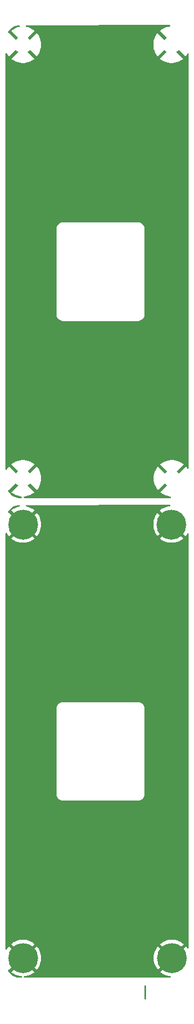
<source format=gbr>
G04 #@! TF.GenerationSoftware,KiCad,Pcbnew,9.0.1*
G04 #@! TF.CreationDate,2025-10-05T20:23:22+13:00*
G04 #@! TF.ProjectId,covers,636f7665-7273-42e6-9b69-6361645f7063,rev?*
G04 #@! TF.SameCoordinates,Original*
G04 #@! TF.FileFunction,Copper,L2,Bot*
G04 #@! TF.FilePolarity,Positive*
%FSLAX46Y46*%
G04 Gerber Fmt 4.6, Leading zero omitted, Abs format (unit mm)*
G04 Created by KiCad (PCBNEW 9.0.1) date 2025-10-05 20:23:22*
%MOMM*%
%LPD*%
G01*
G04 APERTURE LIST*
G04 #@! TA.AperFunction,ComponentPad*
%ADD10C,4.700000*%
G04 #@! TD*
G04 #@! TA.AperFunction,ViaPad*
%ADD11C,10.000000*%
G04 #@! TD*
G04 #@! TA.AperFunction,Conductor*
%ADD12C,0.250000*%
G04 #@! TD*
G04 APERTURE END LIST*
D10*
X108800000Y-117300000D03*
X132150000Y-117300000D03*
X108800000Y-185300000D03*
X132200000Y-185300000D03*
D11*
X121100000Y-166900000D03*
X121100000Y-179900000D03*
X121100000Y-137100000D03*
D12*
X128000000Y-189600000D02*
X128000000Y-191700000D01*
G04 #@! TA.AperFunction,Conductor*
G36*
X107761890Y-186171078D02*
G01*
X107928922Y-186338110D01*
X108041953Y-186417255D01*
X106966687Y-187492521D01*
X106966687Y-187492522D01*
X107090433Y-187596356D01*
X107368570Y-187779290D01*
X107666090Y-187928710D01*
X107978924Y-188042572D01*
X107978927Y-188042573D01*
X108302867Y-188119348D01*
X108302877Y-188119350D01*
X108555274Y-188148852D01*
X108620612Y-188176627D01*
X108660561Y-188235318D01*
X108662438Y-188306290D01*
X108625647Y-188367010D01*
X108561869Y-188398200D01*
X108540646Y-188400000D01*
X108177940Y-188400000D01*
X108155228Y-188397936D01*
X107911562Y-188353283D01*
X107904172Y-188351461D01*
X107626167Y-188264831D01*
X107619048Y-188262131D01*
X107559472Y-188235318D01*
X107429067Y-188176627D01*
X107353525Y-188142628D01*
X107346783Y-188139089D01*
X107097588Y-187988447D01*
X107091325Y-187984124D01*
X106862100Y-187804538D01*
X106856409Y-187799496D01*
X106650502Y-187593589D01*
X106645461Y-187587899D01*
X106465878Y-187358678D01*
X106461552Y-187352411D01*
X106444560Y-187324302D01*
X106426437Y-187255658D01*
X106448302Y-187188112D01*
X106503215Y-187143111D01*
X106561544Y-187133452D01*
X106604227Y-187136561D01*
X107682743Y-186058045D01*
X107761890Y-186171078D01*
G37*
G04 #@! TD.AperFunction*
G04 #@! TA.AperFunction,Conductor*
G36*
X131913970Y-114225098D02*
G01*
X131960556Y-114278673D01*
X131970781Y-114348929D01*
X131941401Y-114413561D01*
X131881741Y-114452048D01*
X131860662Y-114456362D01*
X131652876Y-114480650D01*
X131652867Y-114480651D01*
X131328927Y-114557426D01*
X131328924Y-114557427D01*
X131016090Y-114671289D01*
X130718570Y-114820709D01*
X130440433Y-115003643D01*
X130440432Y-115003644D01*
X130316687Y-115107476D01*
X130316687Y-115107477D01*
X131391954Y-116182744D01*
X131278922Y-116261890D01*
X131111890Y-116428922D01*
X131032743Y-116541953D01*
X129954226Y-115463436D01*
X129954225Y-115463436D01*
X129758139Y-115726829D01*
X129758123Y-115726853D01*
X129591671Y-116015155D01*
X129591668Y-116015160D01*
X129459809Y-116320847D01*
X129364325Y-116639783D01*
X129364325Y-116639784D01*
X129306515Y-116967645D01*
X129306514Y-116967654D01*
X129287157Y-117300000D01*
X129306514Y-117632345D01*
X129306515Y-117632354D01*
X129364325Y-117960215D01*
X129364325Y-117960216D01*
X129459809Y-118279152D01*
X129459808Y-118279152D01*
X129591668Y-118584839D01*
X129591671Y-118584844D01*
X129758123Y-118873146D01*
X129758133Y-118873162D01*
X129954226Y-119136562D01*
X131032743Y-118058045D01*
X131111890Y-118171078D01*
X131278922Y-118338110D01*
X131391953Y-118417255D01*
X130316687Y-119492522D01*
X130440433Y-119596356D01*
X130718570Y-119779290D01*
X131016090Y-119928710D01*
X131328924Y-120042572D01*
X131328927Y-120042573D01*
X131652867Y-120119348D01*
X131652877Y-120119350D01*
X131983537Y-120158000D01*
X132316463Y-120158000D01*
X132647122Y-120119350D01*
X132647132Y-120119348D01*
X132971072Y-120042573D01*
X132971075Y-120042572D01*
X133283909Y-119928710D01*
X133581429Y-119779290D01*
X133859567Y-119596355D01*
X133983311Y-119492521D01*
X132908045Y-118417255D01*
X133021078Y-118338110D01*
X133188110Y-118171078D01*
X133267256Y-118058046D01*
X134345772Y-119136562D01*
X134345773Y-119136562D01*
X134541866Y-118873162D01*
X134541876Y-118873146D01*
X134614881Y-118746699D01*
X134666263Y-118697706D01*
X134735977Y-118684270D01*
X134801888Y-118710656D01*
X134843070Y-118768488D01*
X134850000Y-118809699D01*
X134850000Y-183703697D01*
X134829998Y-183771818D01*
X134776342Y-183818311D01*
X134706068Y-183828415D01*
X134641488Y-183798921D01*
X134614881Y-183766698D01*
X134591872Y-183726846D01*
X134591866Y-183726837D01*
X134395772Y-183463436D01*
X133317255Y-184541953D01*
X133238110Y-184428922D01*
X133071078Y-184261890D01*
X132958044Y-184182743D01*
X134033311Y-183107476D01*
X133909566Y-183003643D01*
X133631429Y-182820709D01*
X133333909Y-182671289D01*
X133021075Y-182557427D01*
X133021072Y-182557426D01*
X132697132Y-182480651D01*
X132697122Y-182480649D01*
X132366463Y-182442000D01*
X132033537Y-182442000D01*
X131702877Y-182480649D01*
X131702867Y-182480651D01*
X131378927Y-182557426D01*
X131378924Y-182557427D01*
X131066090Y-182671289D01*
X130768570Y-182820709D01*
X130490433Y-183003643D01*
X130490432Y-183003644D01*
X130366687Y-183107476D01*
X130366687Y-183107477D01*
X131441954Y-184182744D01*
X131328922Y-184261890D01*
X131161890Y-184428922D01*
X131082744Y-184541953D01*
X130004226Y-183463436D01*
X130004225Y-183463436D01*
X129808139Y-183726829D01*
X129808123Y-183726853D01*
X129641671Y-184015155D01*
X129641668Y-184015160D01*
X129509809Y-184320847D01*
X129414325Y-184639783D01*
X129414325Y-184639784D01*
X129356515Y-184967645D01*
X129356514Y-184967654D01*
X129337157Y-185300000D01*
X129356514Y-185632345D01*
X129356515Y-185632354D01*
X129414325Y-185960215D01*
X129414325Y-185960216D01*
X129509809Y-186279152D01*
X129509808Y-186279152D01*
X129641668Y-186584839D01*
X129641671Y-186584844D01*
X129808123Y-186873146D01*
X129808133Y-186873162D01*
X130004226Y-187136562D01*
X131082743Y-186058045D01*
X131161890Y-186171078D01*
X131328922Y-186338110D01*
X131441953Y-186417255D01*
X130366687Y-187492521D01*
X130366687Y-187492522D01*
X130490433Y-187596356D01*
X130768570Y-187779290D01*
X131066090Y-187928710D01*
X131378924Y-188042572D01*
X131378927Y-188042573D01*
X131702867Y-188119348D01*
X131702877Y-188119350D01*
X131955274Y-188148852D01*
X132020612Y-188176627D01*
X132060561Y-188235318D01*
X132062438Y-188306290D01*
X132025647Y-188367010D01*
X131961869Y-188398200D01*
X131940646Y-188400000D01*
X109059354Y-188400000D01*
X108991233Y-188379998D01*
X108944740Y-188326342D01*
X108934636Y-188256068D01*
X108964130Y-188191488D01*
X109023856Y-188153104D01*
X109044726Y-188148852D01*
X109297122Y-188119350D01*
X109297132Y-188119348D01*
X109621072Y-188042573D01*
X109621075Y-188042572D01*
X109933909Y-187928710D01*
X110231429Y-187779290D01*
X110509567Y-187596355D01*
X110633311Y-187492521D01*
X109558046Y-186417255D01*
X109671078Y-186338110D01*
X109838110Y-186171078D01*
X109917256Y-186058046D01*
X110995772Y-187136562D01*
X110995773Y-187136562D01*
X111191866Y-186873162D01*
X111191876Y-186873146D01*
X111358328Y-186584844D01*
X111358331Y-186584839D01*
X111490190Y-186279152D01*
X111585674Y-185960216D01*
X111585674Y-185960215D01*
X111643484Y-185632354D01*
X111643485Y-185632345D01*
X111662842Y-185300000D01*
X111643485Y-184967654D01*
X111643484Y-184967645D01*
X111585674Y-184639784D01*
X111585674Y-184639783D01*
X111490190Y-184320847D01*
X111490191Y-184320847D01*
X111358331Y-184015160D01*
X111358328Y-184015155D01*
X111191876Y-183726853D01*
X111191866Y-183726837D01*
X110995772Y-183463436D01*
X109917255Y-184541952D01*
X109838110Y-184428922D01*
X109671078Y-184261890D01*
X109558044Y-184182743D01*
X110633311Y-183107476D01*
X110509566Y-183003643D01*
X110231429Y-182820709D01*
X109933909Y-182671289D01*
X109621075Y-182557427D01*
X109621072Y-182557426D01*
X109297132Y-182480651D01*
X109297122Y-182480649D01*
X108966463Y-182442000D01*
X108633537Y-182442000D01*
X108302877Y-182480649D01*
X108302867Y-182480651D01*
X107978927Y-182557426D01*
X107978924Y-182557427D01*
X107666090Y-182671289D01*
X107368570Y-182820709D01*
X107090433Y-183003643D01*
X107090432Y-183003644D01*
X106966687Y-183107476D01*
X106966687Y-183107477D01*
X108041954Y-184182744D01*
X107928922Y-184261890D01*
X107761890Y-184428922D01*
X107682744Y-184541953D01*
X106604226Y-183463436D01*
X106604225Y-183463436D01*
X106408139Y-183726829D01*
X106408127Y-183726846D01*
X106285118Y-183939903D01*
X106233735Y-183988896D01*
X106164021Y-184002331D01*
X106098110Y-183975944D01*
X106056929Y-183918112D01*
X106050000Y-183876907D01*
X106050000Y-159689720D01*
X114074500Y-159689720D01*
X114102582Y-159848980D01*
X114105661Y-159866439D01*
X114105661Y-159866440D01*
X114167027Y-160035043D01*
X114167033Y-160035054D01*
X114256748Y-160190446D01*
X114256750Y-160190448D01*
X114256751Y-160190449D01*
X114372092Y-160327908D01*
X114509551Y-160443249D01*
X114509553Y-160443251D01*
X114664945Y-160532966D01*
X114664956Y-160532972D01*
X114833560Y-160594338D01*
X114833562Y-160594338D01*
X114833567Y-160594340D01*
X115010280Y-160625500D01*
X115010282Y-160625500D01*
X126989718Y-160625500D01*
X126989720Y-160625500D01*
X127166433Y-160594340D01*
X127166438Y-160594338D01*
X127166439Y-160594338D01*
X127166440Y-160594338D01*
X127335043Y-160532972D01*
X127335045Y-160532970D01*
X127335050Y-160532969D01*
X127490449Y-160443249D01*
X127627908Y-160327908D01*
X127743249Y-160190449D01*
X127832969Y-160035050D01*
X127832972Y-160035043D01*
X127894338Y-159866440D01*
X127894338Y-159866439D01*
X127894338Y-159866438D01*
X127894340Y-159866433D01*
X127925500Y-159689720D01*
X127925500Y-159600000D01*
X127925500Y-159591715D01*
X127925500Y-146194928D01*
X127925500Y-146110280D01*
X127894340Y-145933567D01*
X127894338Y-145933562D01*
X127894338Y-145933560D01*
X127894338Y-145933559D01*
X127832972Y-145764956D01*
X127832966Y-145764945D01*
X127743251Y-145609553D01*
X127743249Y-145609551D01*
X127713085Y-145573603D01*
X127627908Y-145472092D01*
X127490449Y-145356751D01*
X127490448Y-145356750D01*
X127490446Y-145356748D01*
X127335054Y-145267033D01*
X127335043Y-145267027D01*
X127166439Y-145205661D01*
X127141484Y-145201260D01*
X126989720Y-145174500D01*
X126905072Y-145174500D01*
X115108285Y-145174500D01*
X115100000Y-145174500D01*
X115010280Y-145174500D01*
X114904106Y-145193221D01*
X114833560Y-145205661D01*
X114833559Y-145205661D01*
X114664956Y-145267027D01*
X114664945Y-145267033D01*
X114509553Y-145356748D01*
X114509551Y-145356750D01*
X114372092Y-145472092D01*
X114256750Y-145609551D01*
X114256748Y-145609553D01*
X114167033Y-145764945D01*
X114167027Y-145764956D01*
X114105661Y-145933559D01*
X114105661Y-145933560D01*
X114105660Y-145933567D01*
X114074500Y-146110280D01*
X114074500Y-146194928D01*
X114074500Y-159591714D01*
X114074500Y-159591715D01*
X114074500Y-159600000D01*
X114074500Y-159689720D01*
X106050000Y-159689720D01*
X106050000Y-118723093D01*
X106070001Y-118654976D01*
X106123657Y-118608483D01*
X106193931Y-118598379D01*
X106258511Y-118627873D01*
X106285118Y-118660097D01*
X106408123Y-118873146D01*
X106408133Y-118873162D01*
X106604226Y-119136562D01*
X107682743Y-118058045D01*
X107761890Y-118171078D01*
X107928922Y-118338110D01*
X108041953Y-118417255D01*
X106966687Y-119492521D01*
X106966687Y-119492522D01*
X107090433Y-119596356D01*
X107368570Y-119779290D01*
X107666090Y-119928710D01*
X107978924Y-120042572D01*
X107978927Y-120042573D01*
X108302867Y-120119348D01*
X108302877Y-120119350D01*
X108633537Y-120158000D01*
X108966463Y-120158000D01*
X109297122Y-120119350D01*
X109297132Y-120119348D01*
X109621072Y-120042573D01*
X109621075Y-120042572D01*
X109933909Y-119928710D01*
X110231429Y-119779290D01*
X110509567Y-119596355D01*
X110633311Y-119492521D01*
X109558046Y-118417255D01*
X109671078Y-118338110D01*
X109838110Y-118171078D01*
X109917256Y-118058046D01*
X110995772Y-119136562D01*
X110995773Y-119136562D01*
X111191866Y-118873162D01*
X111191876Y-118873146D01*
X111358328Y-118584844D01*
X111358331Y-118584839D01*
X111490190Y-118279152D01*
X111585674Y-117960216D01*
X111585674Y-117960215D01*
X111643484Y-117632354D01*
X111643485Y-117632345D01*
X111662842Y-117300000D01*
X111643485Y-116967654D01*
X111643484Y-116967645D01*
X111585674Y-116639784D01*
X111585674Y-116639783D01*
X111490190Y-116320847D01*
X111490191Y-116320847D01*
X111358331Y-116015160D01*
X111358328Y-116015155D01*
X111191876Y-115726853D01*
X111191866Y-115726837D01*
X110995772Y-115463436D01*
X109917255Y-116541952D01*
X109838110Y-116428922D01*
X109671078Y-116261890D01*
X109558044Y-116182743D01*
X110633311Y-115107476D01*
X110509566Y-115003643D01*
X110231429Y-114820709D01*
X109933909Y-114671289D01*
X109621075Y-114557427D01*
X109621076Y-114557427D01*
X109348498Y-114492825D01*
X109286827Y-114457652D01*
X109253961Y-114394721D01*
X109260336Y-114324011D01*
X109303927Y-114267972D01*
X109370895Y-114244397D01*
X109377280Y-114244222D01*
X131845817Y-114205215D01*
X131913970Y-114225098D01*
G37*
G04 #@! TD.AperFunction*
G04 #@! TA.AperFunction,Conductor*
G36*
X108281855Y-114266125D02*
G01*
X108328441Y-114319700D01*
X108338667Y-114389956D01*
X108309287Y-114454588D01*
X108249627Y-114493075D01*
X108242977Y-114494845D01*
X107978924Y-114557427D01*
X107666090Y-114671289D01*
X107368570Y-114820709D01*
X107090433Y-115003643D01*
X107090432Y-115003644D01*
X106966687Y-115107476D01*
X106966687Y-115107477D01*
X108041954Y-116182744D01*
X107928922Y-116261890D01*
X107761890Y-116428922D01*
X107682744Y-116541953D01*
X106604226Y-115463436D01*
X106561544Y-115466546D01*
X106492150Y-115451546D01*
X106441882Y-115401410D01*
X106426699Y-115332056D01*
X106444560Y-115275697D01*
X106461561Y-115247574D01*
X106465872Y-115241328D01*
X106645469Y-115012090D01*
X106650494Y-115006418D01*
X106856418Y-114800494D01*
X106862090Y-114795469D01*
X107091335Y-114615867D01*
X107097578Y-114611558D01*
X107314127Y-114480651D01*
X107346783Y-114460910D01*
X107353513Y-114457377D01*
X107619063Y-114337861D01*
X107626162Y-114335169D01*
X107891650Y-114252440D01*
X107928906Y-114246737D01*
X108213705Y-114246242D01*
X108281855Y-114266125D01*
G37*
G04 #@! TD.AperFunction*
G04 #@! TA.AperFunction,Conductor*
G36*
X107761890Y-110921078D02*
G01*
X107928922Y-111088110D01*
X108041953Y-111167255D01*
X106966687Y-112242521D01*
X106966687Y-112242522D01*
X107090433Y-112346356D01*
X107368570Y-112529290D01*
X107666090Y-112678710D01*
X107978924Y-112792572D01*
X107978927Y-112792573D01*
X108302867Y-112869348D01*
X108302877Y-112869350D01*
X108555274Y-112898852D01*
X108620612Y-112926627D01*
X108660561Y-112985318D01*
X108662438Y-113056290D01*
X108625647Y-113117010D01*
X108561869Y-113148200D01*
X108540646Y-113150000D01*
X108177940Y-113150000D01*
X108155228Y-113147936D01*
X107911562Y-113103283D01*
X107904172Y-113101461D01*
X107626167Y-113014831D01*
X107619048Y-113012131D01*
X107559472Y-112985318D01*
X107429067Y-112926627D01*
X107353525Y-112892628D01*
X107346783Y-112889089D01*
X107097588Y-112738447D01*
X107091325Y-112734124D01*
X106862100Y-112554538D01*
X106856409Y-112549496D01*
X106650502Y-112343589D01*
X106645461Y-112337899D01*
X106465878Y-112108678D01*
X106461552Y-112102411D01*
X106444560Y-112074302D01*
X106426437Y-112005658D01*
X106448302Y-111938112D01*
X106503215Y-111893111D01*
X106561544Y-111883452D01*
X106604227Y-111886561D01*
X107682743Y-110808045D01*
X107761890Y-110921078D01*
G37*
G04 #@! TD.AperFunction*
G04 #@! TA.AperFunction,Conductor*
G36*
X131913970Y-38975098D02*
G01*
X131960556Y-39028673D01*
X131970781Y-39098929D01*
X131941401Y-39163561D01*
X131881741Y-39202048D01*
X131860662Y-39206362D01*
X131652876Y-39230650D01*
X131652867Y-39230651D01*
X131328927Y-39307426D01*
X131328924Y-39307427D01*
X131016090Y-39421289D01*
X130718570Y-39570709D01*
X130440433Y-39753643D01*
X130440432Y-39753644D01*
X130316687Y-39857476D01*
X130316687Y-39857477D01*
X131391954Y-40932744D01*
X131278922Y-41011890D01*
X131111890Y-41178922D01*
X131032743Y-41291953D01*
X129954226Y-40213436D01*
X129954225Y-40213436D01*
X129758139Y-40476829D01*
X129758123Y-40476853D01*
X129591671Y-40765155D01*
X129591668Y-40765160D01*
X129459809Y-41070847D01*
X129364325Y-41389783D01*
X129364325Y-41389784D01*
X129306515Y-41717645D01*
X129306514Y-41717654D01*
X129287157Y-42050000D01*
X129306514Y-42382345D01*
X129306515Y-42382354D01*
X129364325Y-42710215D01*
X129364325Y-42710216D01*
X129459809Y-43029152D01*
X129459808Y-43029152D01*
X129591668Y-43334839D01*
X129591671Y-43334844D01*
X129758123Y-43623146D01*
X129758133Y-43623162D01*
X129954226Y-43886562D01*
X131032743Y-42808045D01*
X131111890Y-42921078D01*
X131278922Y-43088110D01*
X131391953Y-43167255D01*
X130316687Y-44242521D01*
X130316687Y-44242522D01*
X130440433Y-44346356D01*
X130718570Y-44529290D01*
X131016090Y-44678710D01*
X131328924Y-44792572D01*
X131328927Y-44792573D01*
X131652867Y-44869348D01*
X131652877Y-44869350D01*
X131983537Y-44908000D01*
X132316463Y-44908000D01*
X132647122Y-44869350D01*
X132647132Y-44869348D01*
X132971072Y-44792573D01*
X132971075Y-44792572D01*
X133283909Y-44678710D01*
X133581429Y-44529290D01*
X133859567Y-44346355D01*
X133983311Y-44242521D01*
X132908046Y-43167255D01*
X133021078Y-43088110D01*
X133188110Y-42921078D01*
X133267256Y-42808046D01*
X134345772Y-43886562D01*
X134345773Y-43886562D01*
X134541866Y-43623162D01*
X134541876Y-43623146D01*
X134614881Y-43496699D01*
X134666263Y-43447706D01*
X134735977Y-43434270D01*
X134801888Y-43460656D01*
X134843070Y-43518488D01*
X134850000Y-43559699D01*
X134850000Y-108453697D01*
X134829998Y-108521818D01*
X134776342Y-108568311D01*
X134706068Y-108578415D01*
X134641488Y-108548921D01*
X134614881Y-108516698D01*
X134591872Y-108476846D01*
X134591866Y-108476837D01*
X134395772Y-108213436D01*
X133317255Y-109291953D01*
X133238110Y-109178922D01*
X133071078Y-109011890D01*
X132958044Y-108932743D01*
X134033311Y-107857476D01*
X133909566Y-107753643D01*
X133631429Y-107570709D01*
X133333909Y-107421289D01*
X133021075Y-107307427D01*
X133021072Y-107307426D01*
X132697132Y-107230651D01*
X132697122Y-107230649D01*
X132366463Y-107192000D01*
X132033537Y-107192000D01*
X131702877Y-107230649D01*
X131702867Y-107230651D01*
X131378927Y-107307426D01*
X131378924Y-107307427D01*
X131066090Y-107421289D01*
X130768570Y-107570709D01*
X130490433Y-107753643D01*
X130490432Y-107753644D01*
X130366687Y-107857476D01*
X130366687Y-107857477D01*
X131441954Y-108932744D01*
X131328922Y-109011890D01*
X131161890Y-109178922D01*
X131082744Y-109291953D01*
X130004226Y-108213436D01*
X130004225Y-108213436D01*
X129808139Y-108476829D01*
X129808123Y-108476853D01*
X129641671Y-108765155D01*
X129641668Y-108765160D01*
X129509809Y-109070847D01*
X129414325Y-109389783D01*
X129414325Y-109389784D01*
X129356515Y-109717645D01*
X129356514Y-109717654D01*
X129337157Y-110049999D01*
X129356514Y-110382345D01*
X129356515Y-110382354D01*
X129414325Y-110710215D01*
X129414325Y-110710216D01*
X129509809Y-111029152D01*
X129509808Y-111029152D01*
X129641668Y-111334839D01*
X129641671Y-111334844D01*
X129808123Y-111623146D01*
X129808133Y-111623162D01*
X130004226Y-111886562D01*
X131082743Y-110808045D01*
X131161890Y-110921078D01*
X131328922Y-111088110D01*
X131441953Y-111167255D01*
X130366687Y-112242521D01*
X130366687Y-112242522D01*
X130490433Y-112346356D01*
X130768570Y-112529290D01*
X131066090Y-112678710D01*
X131378924Y-112792572D01*
X131378927Y-112792573D01*
X131702867Y-112869348D01*
X131702877Y-112869350D01*
X131955274Y-112898852D01*
X132020612Y-112926627D01*
X132060561Y-112985318D01*
X132062438Y-113056290D01*
X132025647Y-113117010D01*
X131961869Y-113148200D01*
X131940646Y-113150000D01*
X109059354Y-113150000D01*
X108991233Y-113129998D01*
X108944740Y-113076342D01*
X108934636Y-113006068D01*
X108964130Y-112941488D01*
X109023856Y-112903104D01*
X109044726Y-112898852D01*
X109297122Y-112869350D01*
X109297132Y-112869348D01*
X109621072Y-112792573D01*
X109621075Y-112792572D01*
X109933909Y-112678710D01*
X110231429Y-112529290D01*
X110509567Y-112346355D01*
X110633311Y-112242521D01*
X109558046Y-111167255D01*
X109671078Y-111088110D01*
X109838110Y-110921078D01*
X109917256Y-110808046D01*
X110995772Y-111886562D01*
X110995773Y-111886562D01*
X111191866Y-111623162D01*
X111191876Y-111623146D01*
X111358328Y-111334844D01*
X111358331Y-111334839D01*
X111490190Y-111029152D01*
X111585674Y-110710216D01*
X111585674Y-110710215D01*
X111643484Y-110382354D01*
X111643485Y-110382345D01*
X111662842Y-110050000D01*
X111643485Y-109717654D01*
X111643484Y-109717645D01*
X111585674Y-109389784D01*
X111585674Y-109389783D01*
X111490190Y-109070847D01*
X111490191Y-109070847D01*
X111358331Y-108765160D01*
X111358328Y-108765155D01*
X111191876Y-108476853D01*
X111191866Y-108476837D01*
X110995772Y-108213436D01*
X109917255Y-109291952D01*
X109838110Y-109178922D01*
X109671078Y-109011890D01*
X109558044Y-108932743D01*
X110633311Y-107857476D01*
X110509566Y-107753643D01*
X110231429Y-107570709D01*
X109933909Y-107421289D01*
X109621075Y-107307427D01*
X109621072Y-107307426D01*
X109297132Y-107230651D01*
X109297122Y-107230649D01*
X108966463Y-107192000D01*
X108633537Y-107192000D01*
X108302877Y-107230649D01*
X108302867Y-107230651D01*
X107978927Y-107307426D01*
X107978924Y-107307427D01*
X107666090Y-107421289D01*
X107368570Y-107570709D01*
X107090433Y-107753643D01*
X107090432Y-107753644D01*
X106966687Y-107857476D01*
X106966687Y-107857477D01*
X108041954Y-108932744D01*
X107928922Y-109011890D01*
X107761890Y-109178922D01*
X107682743Y-109291953D01*
X106604226Y-108213436D01*
X106604225Y-108213436D01*
X106408139Y-108476829D01*
X106408127Y-108476846D01*
X106285118Y-108689903D01*
X106233735Y-108738896D01*
X106164021Y-108752331D01*
X106098110Y-108725944D01*
X106056929Y-108668112D01*
X106050000Y-108626907D01*
X106050000Y-84439720D01*
X114074500Y-84439720D01*
X114102582Y-84598980D01*
X114105661Y-84616439D01*
X114105661Y-84616440D01*
X114167027Y-84785043D01*
X114167033Y-84785054D01*
X114256748Y-84940446D01*
X114256750Y-84940448D01*
X114256751Y-84940449D01*
X114372092Y-85077908D01*
X114509550Y-85193249D01*
X114509551Y-85193249D01*
X114509553Y-85193251D01*
X114664945Y-85282966D01*
X114664956Y-85282972D01*
X114833560Y-85344338D01*
X114833562Y-85344338D01*
X114833567Y-85344340D01*
X115010280Y-85375500D01*
X115010282Y-85375500D01*
X126989718Y-85375500D01*
X126989720Y-85375500D01*
X127166433Y-85344340D01*
X127166438Y-85344338D01*
X127166439Y-85344338D01*
X127166440Y-85344338D01*
X127335043Y-85282972D01*
X127335045Y-85282970D01*
X127335050Y-85282969D01*
X127490449Y-85193249D01*
X127627908Y-85077908D01*
X127743249Y-84940449D01*
X127832969Y-84785050D01*
X127832972Y-84785043D01*
X127894338Y-84616440D01*
X127894338Y-84616439D01*
X127894338Y-84616438D01*
X127894340Y-84616433D01*
X127925500Y-84439720D01*
X127925500Y-84350000D01*
X127925500Y-84341715D01*
X127925500Y-70944928D01*
X127925500Y-70860280D01*
X127894340Y-70683567D01*
X127894338Y-70683562D01*
X127894338Y-70683560D01*
X127894338Y-70683559D01*
X127832972Y-70514956D01*
X127832966Y-70514945D01*
X127743251Y-70359553D01*
X127743249Y-70359551D01*
X127713085Y-70323603D01*
X127627908Y-70222092D01*
X127490449Y-70106751D01*
X127490448Y-70106750D01*
X127490446Y-70106748D01*
X127335054Y-70017033D01*
X127335043Y-70017027D01*
X127166439Y-69955661D01*
X127141484Y-69951260D01*
X126989720Y-69924500D01*
X126905072Y-69924500D01*
X115108285Y-69924500D01*
X115100000Y-69924500D01*
X115010280Y-69924500D01*
X114904106Y-69943221D01*
X114833560Y-69955661D01*
X114833559Y-69955661D01*
X114664956Y-70017027D01*
X114664945Y-70017033D01*
X114509553Y-70106748D01*
X114509551Y-70106750D01*
X114372092Y-70222092D01*
X114256750Y-70359551D01*
X114256748Y-70359553D01*
X114167033Y-70514945D01*
X114167027Y-70514956D01*
X114105661Y-70683559D01*
X114105661Y-70683560D01*
X114105660Y-70683567D01*
X114074500Y-70860280D01*
X114074500Y-70944928D01*
X114074500Y-84341715D01*
X114074500Y-84350000D01*
X114074500Y-84439720D01*
X106050000Y-84439720D01*
X106050000Y-43473093D01*
X106070001Y-43404976D01*
X106123657Y-43358483D01*
X106193931Y-43348379D01*
X106258511Y-43377873D01*
X106285118Y-43410097D01*
X106408123Y-43623146D01*
X106408133Y-43623162D01*
X106604226Y-43886562D01*
X107682743Y-42808045D01*
X107761890Y-42921078D01*
X107928922Y-43088110D01*
X108041953Y-43167255D01*
X106966687Y-44242521D01*
X106966687Y-44242522D01*
X107090433Y-44346356D01*
X107368570Y-44529290D01*
X107666090Y-44678710D01*
X107978924Y-44792572D01*
X107978927Y-44792573D01*
X108302867Y-44869348D01*
X108302877Y-44869350D01*
X108633537Y-44908000D01*
X108966463Y-44908000D01*
X109297122Y-44869350D01*
X109297132Y-44869348D01*
X109621072Y-44792573D01*
X109621075Y-44792572D01*
X109933909Y-44678710D01*
X110231429Y-44529290D01*
X110509567Y-44346355D01*
X110633311Y-44242521D01*
X109558046Y-43167255D01*
X109671078Y-43088110D01*
X109838110Y-42921078D01*
X109917256Y-42808046D01*
X110995772Y-43886562D01*
X110995773Y-43886562D01*
X111191866Y-43623162D01*
X111191876Y-43623146D01*
X111358328Y-43334844D01*
X111358331Y-43334839D01*
X111490190Y-43029152D01*
X111585674Y-42710216D01*
X111585674Y-42710215D01*
X111643484Y-42382354D01*
X111643485Y-42382345D01*
X111662842Y-42050000D01*
X111643485Y-41717654D01*
X111643484Y-41717645D01*
X111585674Y-41389784D01*
X111585674Y-41389783D01*
X111490190Y-41070847D01*
X111490191Y-41070847D01*
X111358331Y-40765160D01*
X111358328Y-40765155D01*
X111191876Y-40476853D01*
X111191866Y-40476837D01*
X110995772Y-40213436D01*
X109917255Y-41291952D01*
X109838110Y-41178922D01*
X109671078Y-41011890D01*
X109558044Y-40932743D01*
X110633311Y-39857476D01*
X110509566Y-39753643D01*
X110231429Y-39570709D01*
X109933909Y-39421289D01*
X109621075Y-39307427D01*
X109621076Y-39307427D01*
X109348498Y-39242825D01*
X109286827Y-39207652D01*
X109253961Y-39144721D01*
X109260336Y-39074011D01*
X109303927Y-39017972D01*
X109370895Y-38994397D01*
X109377280Y-38994222D01*
X131845817Y-38955215D01*
X131913970Y-38975098D01*
G37*
G04 #@! TD.AperFunction*
G04 #@! TA.AperFunction,Conductor*
G36*
X108281855Y-39016125D02*
G01*
X108328441Y-39069700D01*
X108338667Y-39139956D01*
X108309287Y-39204588D01*
X108249627Y-39243075D01*
X108242977Y-39244845D01*
X107978924Y-39307427D01*
X107666090Y-39421289D01*
X107368570Y-39570709D01*
X107090433Y-39753643D01*
X107090432Y-39753644D01*
X106966687Y-39857476D01*
X106966687Y-39857477D01*
X108041954Y-40932744D01*
X107928922Y-41011890D01*
X107761890Y-41178922D01*
X107682743Y-41291953D01*
X106604226Y-40213436D01*
X106561544Y-40216546D01*
X106492150Y-40201546D01*
X106441882Y-40151410D01*
X106426699Y-40082056D01*
X106444560Y-40025697D01*
X106461561Y-39997574D01*
X106465872Y-39991328D01*
X106645469Y-39762090D01*
X106650494Y-39756418D01*
X106856418Y-39550494D01*
X106862090Y-39545469D01*
X107091335Y-39365867D01*
X107097578Y-39361558D01*
X107314127Y-39230651D01*
X107346783Y-39210910D01*
X107353513Y-39207377D01*
X107619063Y-39087861D01*
X107626162Y-39085169D01*
X107891650Y-39002440D01*
X107928906Y-38996737D01*
X108213705Y-38996242D01*
X108281855Y-39016125D01*
G37*
G04 #@! TD.AperFunction*
M02*

</source>
